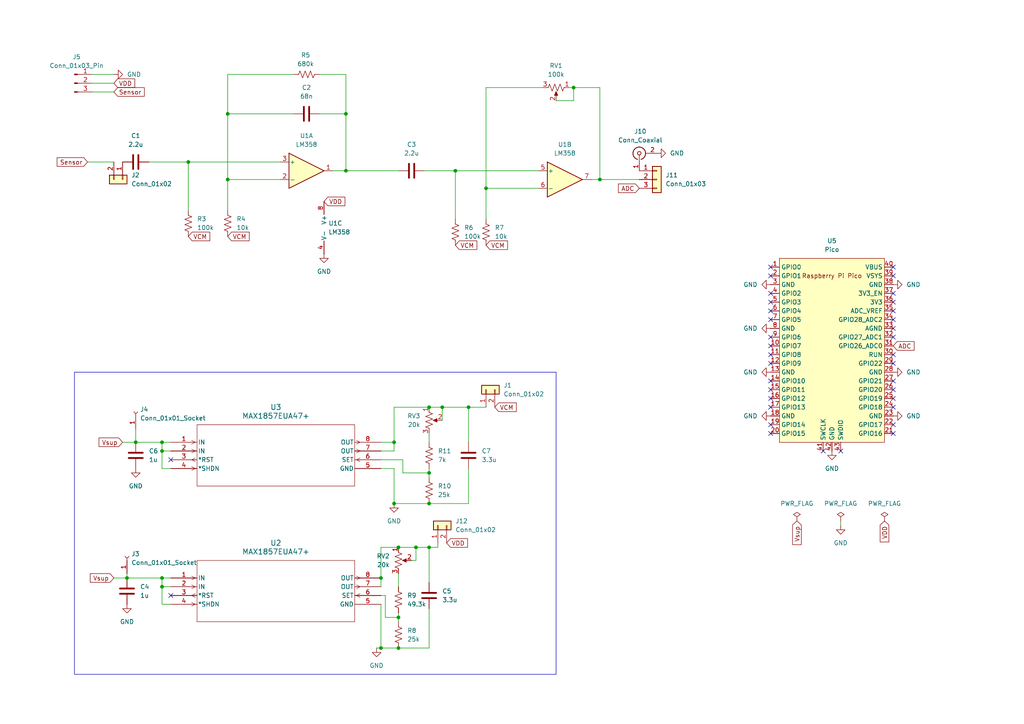
<source format=kicad_sch>
(kicad_sch (version 20231120) (generator "eeschema") (generator_version "8.0")
  (paper "A4")
  (lib_symbols
    (symbol "2024-03-18_08-55-27:MAX1857EUA47+" (pin_names (offset 0.254))
      (property "Reference" "U" (at 30.48 10.16 0))
      (property "Value" "MAX1857EUA47+" (at 30.48 7.62 0))
      (symbol "MAX1857EUA47+_0_1"
        (polyline (pts (xy 7.0993 -7.62) (xy 6.0579 -8.1407)) (stroke (width 0.127)))
        (polyline (pts (xy 7.0993 -7.62) (xy 6.0579 -7.0993)) (stroke (width 0.127)))
        (polyline (pts (xy 7.0993 -5.6007) (xy 6.0579 -5.08)) (stroke (width 0.127)))
        (polyline (pts (xy 7.0993 -4.5593) (xy 6.0579 -5.08)) (stroke (width 0.127)))
        (polyline (pts (xy 7.0993 -2.54) (xy 6.0579 -3.0607)) (stroke (width 0.127)))
        (polyline (pts (xy 7.0993 -2.54) (xy 6.0579 -2.0193)) (stroke (width 0.127)))
        (polyline (pts (xy 7.0993 0) (xy 6.0579 -0.5207)) (stroke (width 0.127)))
        (polyline (pts (xy 7.0993 0) (xy 6.0579 0.5207)) (stroke (width 0.127)))
        (polyline (pts (xy 7.62 -12.7) (xy 53.34 -12.7)) (stroke (width 0.127)))
        (polyline (pts (xy 7.62 5.08) (xy 7.62 -12.7)) (stroke (width 0.127)))
        (polyline (pts (xy 53.34 -12.7) (xy 53.34 5.08)) (stroke (width 0.127)))
        (polyline (pts (xy 53.34 5.08) (xy 7.62 5.08)) (stroke (width 0.127)))
        (polyline (pts (xy 53.8607 -5.08) (xy 54.9021 -5.6007)) (stroke (width 0.127)))
        (polyline (pts (xy 53.8607 -5.08) (xy 54.9021 -4.5593)) (stroke (width 0.127)))
        (polyline (pts (xy 53.8607 -3.0607) (xy 54.9021 -2.54)) (stroke (width 0.127)))
        (polyline (pts (xy 53.8607 -2.0193) (xy 54.9021 -2.54)) (stroke (width 0.127)))
        (polyline (pts (xy 53.8607 -0.5207) (xy 54.9021 0)) (stroke (width 0.127)))
        (polyline (pts (xy 53.8607 0.5207) (xy 54.9021 0)) (stroke (width 0.127)))
        (pin input line (at 0 0 0) (length 7.62) (name "IN") (number "1"))
        (pin input line (at 0 -2.54 0) (length 7.62) (name "IN") (number "2"))
        (pin output line (at 0 -5.08 0) (length 7.62) (name "*RST") (number "3"))
        (pin input line (at 0 -7.62 0) (length 7.62) (name "*SHDN") (number "4"))
        (pin power_in line (at 60.96 -7.62 180) (length 7.62) (name "GND") (number "5"))
        (pin input line (at 60.96 -5.08 180) (length 7.62) (name "SET") (number "6"))
        (pin output line (at 60.96 -2.54 180) (length 7.62) (name "OUT") (number "7"))
        (pin output line (at 60.96 0 180) (length 7.62) (name "OUT") (number "8"))
      )
    )
    (symbol "Amplifier_Operational:LM358" (pin_names (offset 0.127))
      (property "Reference" "U" (at 0 5.08 0))
      (property "Value" "LM358" (at 0 -5.08 0))
      (symbol "LM358_1_1"
        (polyline (pts (xy -5.08 5.08) (xy 5.08 0) (xy -5.08 -5.08) (xy -5.08 5.08)) (stroke (width 0.254)) (fill (type background)))
        (pin output line (at 7.62 0 180) (length 2.54) (name "~") (number "1"))
        (pin input line (at -7.62 -2.54 0) (length 2.54) (name "-") (number "2"))
        (pin input line (at -7.62 2.54 0) (length 2.54) (name "+") (number "3"))
      )
      (symbol "LM358_2_1"
        (polyline (pts (xy -5.08 5.08) (xy 5.08 0) (xy -5.08 -5.08) (xy -5.08 5.08)) (stroke (width 0.254)) (fill (type background)))
        (pin input line (at -7.62 2.54 0) (length 2.54) (name "+") (number "5"))
        (pin input line (at -7.62 -2.54 0) (length 2.54) (name "-") (number "6"))
        (pin output line (at 7.62 0 180) (length 2.54) (name "~") (number "7"))
      )
      (symbol "LM358_3_1"
        (pin power_in line (at -2.54 -7.62 90) (length 3.81) (name "V-") (number "4"))
        (pin power_in line (at -2.54 7.62 270) (length 3.81) (name "V+") (number "8"))
      )
    )
    (symbol "Connector:Conn_01x01_Socket" (pin_names (offset 1.016) hide)
      (property "Reference" "J" (at 0 2.54 0))
      (property "Value" "Conn_01x01_Socket" (at 0 -2.54 0))
      (symbol "Conn_01x01_Socket_1_1"
        (polyline (pts (xy -1.27 0) (xy -0.508 0)) (stroke (width 0.1524)))
        (arc (start 0 0.508) (mid -0.5058 0) (end 0 -0.508) (stroke (width 0.1524)))
        (pin passive line (at -5.08 0 0) (length 3.81) (name "Pin_1") (number "1"))
      )
    )
    (symbol "Connector:Conn_01x03_Pin" (pin_names (offset 1.016) hide)
      (property "Reference" "J" (at 0 5.08 0))
      (property "Value" "Conn_01x03_Pin" (at 0 -5.08 0))
      (symbol "Conn_01x03_Pin_1_1"
        (polyline (pts (xy 1.27 -2.54) (xy 0.8636 -2.54)) (stroke (width 0.1524)))
        (polyline (pts (xy 1.27 0) (xy 0.8636 0)) (stroke (width 0.1524)))
        (polyline (pts (xy 1.27 2.54) (xy 0.8636 2.54)) (stroke (width 0.1524)))
        (rectangle (start 0.8636 -2.413) (end 0 -2.667) (stroke (width 0.1524)) (fill (type outline)))
        (rectangle (start 0.8636 0.127) (end 0 -0.127) (stroke (width 0.1524)) (fill (type outline)))
        (rectangle (start 0.8636 2.667) (end 0 2.413) (stroke (width 0.1524)) (fill (type outline)))
        (pin passive line (at 5.08 2.54 180) (length 3.81) (name "Pin_1") (number "1"))
        (pin passive line (at 5.08 0 180) (length 3.81) (name "Pin_2") (number "2"))
        (pin passive line (at 5.08 -2.54 180) (length 3.81) (name "Pin_3") (number "3"))
      )
    )
    (symbol "Connector:Conn_Coaxial" (pin_names (offset 1.016) hide)
      (property "Reference" "J" (at 0.254 3.048 0))
      (property "Value" "Conn_Coaxial" (at 2.921 0 90))
      (symbol "Conn_Coaxial_0_1"
        (arc (start -1.778 -0.508) (mid 0.2311 -1.8066) (end 1.778 0) (stroke (width 0.254)))
        (polyline (pts (xy -2.54 0) (xy -0.508 0)))
        (polyline (pts (xy 0 -2.54) (xy 0 -1.778)))
        (circle (center 0 0) (radius 0.508) (stroke (width 0.2032)))
        (arc (start 1.778 0) (mid 0.2099 1.8101) (end -1.778 0.508) (stroke (width 0.254)))
      )
      (symbol "Conn_Coaxial_1_1"
        (pin passive line (at -5.08 0 0) (length 2.54) (name "In") (number "1"))
        (pin passive line (at 0 -5.08 90) (length 2.54) (name "Ext") (number "2"))
      )
    )
    (symbol "Connector_Generic:Conn_01x02" (pin_names (offset 1.016) hide)
      (property "Reference" "J" (at 0 2.54 0))
      (property "Value" "Conn_01x02" (at 0 -5.08 0))
      (symbol "Conn_01x02_1_1"
        (rectangle (start -1.27 -2.413) (end 0 -2.667) (stroke (width 0.1524)))
        (rectangle (start -1.27 0.127) (end 0 -0.127) (stroke (width 0.1524)))
        (rectangle (start -1.27 1.27) (end 1.27 -3.81) (stroke (width 0.254)) (fill (type background)))
        (pin passive line (at -5.08 0 0) (length 3.81) (name "Pin_1") (number "1"))
        (pin passive line (at -5.08 -2.54 0) (length 3.81) (name "Pin_2") (number "2"))
      )
    )
    (symbol "Connector_Generic:Conn_01x03" (pin_names (offset 1.016) hide)
      (property "Reference" "J" (at 0 5.08 0))
      (property "Value" "Conn_01x03" (at 0 -5.08 0))
      (symbol "Conn_01x03_1_1"
        (rectangle (start -1.27 -2.413) (end 0 -2.667) (stroke (width 0.1524)))
        (rectangle (start -1.27 0.127) (end 0 -0.127) (stroke (width 0.1524)))
        (rectangle (start -1.27 2.667) (end 0 2.413) (stroke (width 0.1524)))
        (rectangle (start -1.27 3.81) (end 1.27 -3.81) (stroke (width 0.254)) (fill (type background)))
        (pin passive line (at -5.08 2.54 0) (length 3.81) (name "Pin_1") (number "1"))
        (pin passive line (at -5.08 0 0) (length 3.81) (name "Pin_2") (number "2"))
        (pin passive line (at -5.08 -2.54 0) (length 3.81) (name "Pin_3") (number "3"))
      )
    )
    (symbol "Device:C" (pin_numbers hide) (pin_names (offset 0.254))
      (property "Reference" "C" (at 0.635 2.54 0))
      (property "Value" "C" (at 0.635 -2.54 0))
      (symbol "C_0_1"
        (polyline (pts (xy -2.032 -0.762) (xy 2.032 -0.762)) (stroke (width 0.508)))
        (polyline (pts (xy -2.032 0.762) (xy 2.032 0.762)) (stroke (width 0.508)))
      )
      (symbol "C_1_1"
        (pin passive line (at 0 3.81 270) (length 2.794) (name "~") (number "1"))
        (pin passive line (at 0 -3.81 90) (length 2.794) (name "~") (number "2"))
      )
    )
    (symbol "Device:R_Potentiometer_US" (pin_names (offset 1.016) hide)
      (property "Reference" "RV" (at -4.445 0 90))
      (property "Value" "R_Potentiometer_US" (at -2.54 0 90))
      (symbol "R_Potentiometer_US_0_1"
        (polyline (pts (xy 0 -2.286) (xy 0 -2.54)))
        (polyline (pts (xy 0 2.54) (xy 0 2.286)))
        (polyline (pts (xy 2.54 0) (xy 1.524 0)))
        (polyline (pts (xy 1.143 0) (xy 2.286 0.508) (xy 2.286 -0.508) (xy 1.143 0)) (fill (type outline)))
        (polyline (pts (xy 0 -0.762) (xy 1.016 -1.143) (xy 0 -1.524) (xy -1.016 -1.905) (xy 0 -2.286)))
        (polyline (pts (xy 0 0.762) (xy 1.016 0.381) (xy 0 0) (xy -1.016 -0.381) (xy 0 -0.762)))
        (polyline (pts (xy 0 2.286) (xy 1.016 1.905) (xy 0 1.524) (xy -1.016 1.143) (xy 0 0.762)))
      )
      (symbol "R_Potentiometer_US_1_1"
        (pin passive line (at 0 3.81 270) (length 1.27) (name "1") (number "1"))
        (pin passive line (at 3.81 0 180) (length 1.27) (name "2") (number "2"))
        (pin passive line (at 0 -3.81 90) (length 1.27) (name "3") (number "3"))
      )
    )
    (symbol "Device:R_US" (pin_numbers hide) (pin_names (offset 0))
      (property "Reference" "R" (at 2.54 0 90))
      (property "Value" "R_US" (at -2.54 0 90))
      (symbol "R_US_0_1"
        (polyline (pts (xy 0 -2.286) (xy 0 -2.54)))
        (polyline (pts (xy 0 2.286) (xy 0 2.54)))
        (polyline (pts (xy 0 -0.762) (xy 1.016 -1.143) (xy 0 -1.524) (xy -1.016 -1.905) (xy 0 -2.286)))
        (polyline (pts (xy 0 0.762) (xy 1.016 0.381) (xy 0 0) (xy -1.016 -0.381) (xy 0 -0.762)))
        (polyline (pts (xy 0 2.286) (xy 1.016 1.905) (xy 0 1.524) (xy -1.016 1.143) (xy 0 0.762)))
      )
      (symbol "R_US_1_1"
        (pin passive line (at 0 3.81 270) (length 1.27) (name "~") (number "1"))
        (pin passive line (at 0 -3.81 90) (length 1.27) (name "~") (number "2"))
      )
    )
    (symbol "MCU_RaspberryPi_and_Boards:Pico"
      (property "Reference" "U" (at -13.97 27.94 0))
      (property "Value" "Pico" (at 0 19.05 0))
      (symbol "Pico_0_0"
        (text "Raspberry Pi Pico" (at 0 21.59 0) (effects (font (size 1.27 1.27))))
      )
      (symbol "Pico_0_1"
        (rectangle (start -15.24 26.67) (end 15.24 -26.67) (fill (type background)))
      )
      (symbol "Pico_1_1"
        (pin bidirectional line (at -17.78 24.13 0) (length 2.54) (name "GPIO0") (number "1"))
        (pin bidirectional line (at -17.78 1.27 0) (length 2.54) (name "GPIO7") (number "10"))
        (pin bidirectional line (at -17.78 -1.27 0) (length 2.54) (name "GPIO8") (number "11"))
        (pin bidirectional line (at -17.78 -3.81 0) (length 2.54) (name "GPIO9") (number "12"))
        (pin power_in line (at -17.78 -6.35 0) (length 2.54) (name "GND") (number "13"))
        (pin bidirectional line (at -17.78 -8.89 0) (length 2.54) (name "GPIO10") (number "14"))
        (pin bidirectional line (at -17.78 -11.43 0) (length 2.54) (name "GPIO11") (number "15"))
        (pin bidirectional line (at -17.78 -13.97 0) (length 2.54) (name "GPIO12") (number "16"))
        (pin bidirectional line (at -17.78 -16.51 0) (length 2.54) (name "GPIO13") (number "17"))
        (pin power_in line (at -17.78 -19.05 0) (length 2.54) (name "GND") (number "18"))
        (pin bidirectional line (at -17.78 -21.59 0) (length 2.54) (name "GPIO14") (number "19"))
        (pin bidirectional line (at -17.78 21.59 0) (length 2.54) (name "GPIO1") (number "2"))
        (pin bidirectional line (at -17.78 -24.13 0) (length 2.54) (name "GPIO15") (number "20"))
        (pin bidirectional line (at 17.78 -24.13 180) (length 2.54) (name "GPIO16") (number "21"))
        (pin bidirectional line (at 17.78 -21.59 180) (length 2.54) (name "GPIO17") (number "22"))
        (pin power_in line (at 17.78 -19.05 180) (length 2.54) (name "GND") (number "23"))
        (pin bidirectional line (at 17.78 -16.51 180) (length 2.54) (name "GPIO18") (number "24"))
        (pin bidirectional line (at 17.78 -13.97 180) (length 2.54) (name "GPIO19") (number "25"))
        (pin bidirectional line (at 17.78 -11.43 180) (length 2.54) (name "GPIO20") (number "26"))
        (pin bidirectional line (at 17.78 -8.89 180) (length 2.54) (name "GPIO21") (number "27"))
        (pin power_in line (at 17.78 -6.35 180) (length 2.54) (name "GND") (number "28"))
        (pin bidirectional line (at 17.78 -3.81 180) (length 2.54) (name "GPIO22") (number "29"))
        (pin power_in line (at -17.78 19.05 0) (length 2.54) (name "GND") (number "3"))
        (pin input line (at 17.78 -1.27 180) (length 2.54) (name "RUN") (number "30"))
        (pin bidirectional line (at 17.78 1.27 180) (length 2.54) (name "GPIO26_ADC0") (number "31"))
        (pin bidirectional line (at 17.78 3.81 180) (length 2.54) (name "GPIO27_ADC1") (number "32"))
        (pin power_in line (at 17.78 6.35 180) (length 2.54) (name "AGND") (number "33"))
        (pin bidirectional line (at 17.78 8.89 180) (length 2.54) (name "GPIO28_ADC2") (number "34"))
        (pin power_in line (at 17.78 11.43 180) (length 2.54) (name "ADC_VREF") (number "35"))
        (pin power_in line (at 17.78 13.97 180) (length 2.54) (name "3V3") (number "36"))
        (pin input line (at 17.78 16.51 180) (length 2.54) (name "3V3_EN") (number "37"))
        (pin bidirectional line (at 17.78 19.05 180) (length 2.54) (name "GND") (number "38"))
        (pin power_in line (at 17.78 21.59 180) (length 2.54) (name "VSYS") (number "39"))
        (pin bidirectional line (at -17.78 16.51 0) (length 2.54) (name "GPIO2") (number "4"))
        (pin power_in line (at 17.78 24.13 180) (length 2.54) (name "VBUS") (number "40"))
        (pin input line (at -2.54 -29.21 90) (length 2.54) (name "SWCLK") (number "41"))
        (pin power_in line (at 0 -29.21 90) (length 2.54) (name "GND") (number "42"))
        (pin bidirectional line (at 2.54 -29.21 90) (length 2.54) (name "SWDIO") (number "43"))
        (pin bidirectional line (at -17.78 13.97 0) (length 2.54) (name "GPIO3") (number "5"))
        (pin bidirectional line (at -17.78 11.43 0) (length 2.54) (name "GPIO4") (number "6"))
        (pin bidirectional line (at -17.78 8.89 0) (length 2.54) (name "GPIO5") (number "7"))
        (pin power_in line (at -17.78 6.35 0) (length 2.54) (name "GND") (number "8"))
        (pin bidirectional line (at -17.78 3.81 0) (length 2.54) (name "GPIO6") (number "9"))
      )
    )
    (symbol "power:GND" (power) (pin_numbers hide) (pin_names (offset 0) hide)
      (property "Value" "GND" (at 0 -3.81 0))
      (symbol "GND_0_1"
        (polyline (pts (xy 0 0) (xy 0 -1.27) (xy 1.27 -1.27) (xy 0 -2.54) (xy -1.27 -1.27) (xy 0 -1.27)))
      )
      (symbol "GND_1_1"
        (pin power_in line (at 0 0 270) (length 0) (name "~") (number "1"))
      )
    )
    (symbol "power:PWR_FLAG" (power) (pin_numbers hide) (pin_names (offset 0) hide)
      (property "Value" "PWR_FLAG" (at 0 3.81 0))
      (symbol "PWR_FLAG_0_0"
        (pin power_out line (at 0 0 90) (length 0) (name "~") (number "1"))
      )
      (symbol "PWR_FLAG_0_1"
        (polyline (pts (xy 0 0) (xy 0 1.27) (xy -1.016 1.905) (xy 0 2.54) (xy 1.016 1.905) (xy 0 1.27)))
      )
    )
  )
  (junction (at 46.99 128.27))
  (junction (at 166.37 25.4))
  (junction (at 46.99 170.18))
  (junction (at 66.04 52.07))
  (junction (at 124.46 158.75))
  (junction (at 124.46 146.05))
  (junction (at 140.97 54.61))
  (junction (at 135.89 118.11))
  (junction (at 66.04 33.02))
  (junction (at 120.65 158.75))
  (junction (at 100.33 49.53))
  (junction (at 115.57 158.75))
  (junction (at 110.49 167.64))
  (junction (at 114.3 146.05))
  (junction (at 46.99 167.64))
  (junction (at 124.46 118.11))
  (junction (at 115.57 179.07))
  (junction (at 39.37 128.27))
  (junction (at 114.3 128.27))
  (junction (at 100.33 33.02))
  (junction (at 173.99 52.07))
  (junction (at 115.57 187.96))
  (junction (at 132.08 49.53))
  (junction (at 36.83 167.64))
  (junction (at 124.46 137.16))
  (junction (at 110.49 187.96))
  (junction (at 46.99 130.81))
  (junction (at 128.27 118.11))
  (junction (at 54.61 46.99))
  (no_connect (at 223.52 115.57))
  (no_connect (at 223.52 110.49))
  (no_connect (at 259.08 115.57))
  (no_connect (at 223.52 77.47))
  (no_connect (at 259.08 95.25))
  (no_connect (at 223.52 87.63))
  (no_connect (at 259.08 123.19))
  (no_connect (at 223.52 105.41))
  (no_connect (at 259.08 77.47))
  (no_connect (at 259.08 105.41))
  (no_connect (at 259.08 110.49))
  (no_connect (at 259.08 97.79))
  (no_connect (at 223.52 123.19))
  (no_connect (at 223.52 97.79))
  (no_connect (at 259.08 80.01))
  (no_connect (at 223.52 90.17))
  (no_connect (at 259.08 85.09))
  (no_connect (at 49.53 133.35))
  (no_connect (at 223.52 125.73))
  (no_connect (at 259.08 125.73))
  (no_connect (at 223.52 85.09))
  (no_connect (at 259.08 118.11))
  (no_connect (at 259.08 87.63))
  (no_connect (at 238.76 130.81))
  (no_connect (at 223.52 118.11))
  (no_connect (at 259.08 113.03))
  (no_connect (at 259.08 90.17))
  (no_connect (at 223.52 100.33))
  (no_connect (at 223.52 80.01))
  (no_connect (at 49.53 172.72))
  (no_connect (at 259.08 102.87))
  (no_connect (at 243.84 130.81))
  (no_connect (at 223.52 113.03))
  (no_connect (at 223.52 102.87))
  (no_connect (at 259.08 92.71))
  (no_connect (at 223.52 92.71))
  (wire (pts (xy 132.08 49.53) (xy 123.19 49.53)))
  (wire (pts (xy 173.99 25.4) (xy 173.99 52.07)))
  (wire (pts (xy 171.45 52.07) (xy 173.99 52.07)))
  (wire (pts (xy 116.84 137.16) (xy 124.46 137.16)))
  (wire (pts (xy 110.49 128.27) (xy 114.3 128.27)))
  (wire (pts (xy 127 157.48) (xy 127 158.75)))
  (wire (pts (xy 46.99 167.64) (xy 46.99 170.18)))
  (wire (pts (xy 109.22 187.96) (xy 110.49 187.96)))
  (wire (pts (xy 114.3 146.05) (xy 124.46 146.05)))
  (wire (pts (xy 25.4 46.99) (xy 33.02 46.99)))
  (wire (pts (xy 161.29 29.21) (xy 166.37 29.21)))
  (wire (pts (xy 114.3 128.27) (xy 114.3 130.81)))
  (wire (pts (xy 33.02 167.64) (xy 36.83 167.64)))
  (wire (pts (xy 36.83 167.64) (xy 46.99 167.64)))
  (wire (pts (xy 165.1 25.4) (xy 166.37 25.4)))
  (wire (pts (xy 157.48 25.4) (xy 140.97 25.4)))
  (wire (pts (xy 124.46 168.91) (xy 124.46 158.75)))
  (wire (pts (xy 96.52 49.53) (xy 100.33 49.53)))
  (wire (pts (xy 119.38 162.56) (xy 120.65 162.56)))
  (wire (pts (xy 110.49 133.35) (xy 116.84 133.35)))
  (wire (pts (xy 33.02 26.67) (xy 26.67 26.67)))
  (wire (pts (xy 100.33 21.59) (xy 100.33 33.02)))
  (wire (pts (xy 110.49 130.81) (xy 114.3 130.81)))
  (wire (pts (xy 166.37 25.4) (xy 173.99 25.4)))
  (wire (pts (xy 85.09 33.02) (xy 66.04 33.02)))
  (wire (pts (xy 116.84 133.35) (xy 116.84 137.16)))
  (wire (pts (xy 166.37 25.4) (xy 166.37 29.21)))
  (wire (pts (xy 115.57 166.37) (xy 115.57 170.18)))
  (wire (pts (xy 110.49 167.64) (xy 110.49 170.18)))
  (wire (pts (xy 110.49 158.75) (xy 115.57 158.75)))
  (wire (pts (xy 124.46 118.11) (xy 128.27 118.11)))
  (wire (pts (xy 92.71 33.02) (xy 100.33 33.02)))
  (wire (pts (xy 110.49 175.26) (xy 110.49 187.96)))
  (wire (pts (xy 124.46 176.53) (xy 124.46 187.96)))
  (wire (pts (xy 114.3 135.89) (xy 114.3 146.05)))
  (wire (pts (xy 124.46 135.89) (xy 124.46 137.16)))
  (wire (pts (xy 140.97 25.4) (xy 140.97 54.61)))
  (wire (pts (xy 92.71 21.59) (xy 100.33 21.59)))
  (wire (pts (xy 66.04 33.02) (xy 66.04 52.07)))
  (wire (pts (xy 46.99 170.18) (xy 46.99 175.26)))
  (wire (pts (xy 111.76 179.07) (xy 115.57 179.07)))
  (wire (pts (xy 33.02 21.59) (xy 26.67 21.59)))
  (wire (pts (xy 110.49 187.96) (xy 115.57 187.96)))
  (wire (pts (xy 243.84 152.4) (xy 243.84 151.13)))
  (wire (pts (xy 120.65 162.56) (xy 120.65 158.75)))
  (wire (pts (xy 135.89 118.11) (xy 140.97 118.11)))
  (wire (pts (xy 66.04 21.59) (xy 66.04 33.02)))
  (wire (pts (xy 39.37 128.27) (xy 46.99 128.27)))
  (wire (pts (xy 54.61 46.99) (xy 54.61 60.96)))
  (wire (pts (xy 36.83 166.37) (xy 36.83 167.64)))
  (wire (pts (xy 114.3 128.27) (xy 114.3 118.11)))
  (wire (pts (xy 128.27 118.11) (xy 135.89 118.11)))
  (wire (pts (xy 46.99 170.18) (xy 49.53 170.18)))
  (wire (pts (xy 54.61 46.99) (xy 81.28 46.99)))
  (wire (pts (xy 46.99 130.81) (xy 46.99 135.89)))
  (wire (pts (xy 39.37 124.46) (xy 39.37 128.27)))
  (wire (pts (xy 43.18 46.99) (xy 54.61 46.99)))
  (wire (pts (xy 140.97 54.61) (xy 156.21 54.61)))
  (wire (pts (xy 124.46 158.75) (xy 127 158.75)))
  (wire (pts (xy 46.99 128.27) (xy 49.53 128.27)))
  (wire (pts (xy 140.97 63.5) (xy 140.97 54.61)))
  (wire (pts (xy 115.57 158.75) (xy 120.65 158.75)))
  (wire (pts (xy 124.46 125.73) (xy 124.46 128.27)))
  (wire (pts (xy 115.57 179.07) (xy 115.57 180.34)))
  (wire (pts (xy 46.99 130.81) (xy 49.53 130.81)))
  (wire (pts (xy 110.49 172.72) (xy 111.76 172.72)))
  (wire (pts (xy 110.49 158.75) (xy 110.49 167.64)))
  (wire (pts (xy 115.57 187.96) (xy 124.46 187.96)))
  (wire (pts (xy 115.57 49.53) (xy 100.33 49.53)))
  (wire (pts (xy 46.99 167.64) (xy 49.53 167.64)))
  (wire (pts (xy 114.3 118.11) (xy 124.46 118.11)))
  (wire (pts (xy 120.65 158.75) (xy 124.46 158.75)))
  (wire (pts (xy 46.99 128.27) (xy 46.99 130.81)))
  (wire (pts (xy 156.21 49.53) (xy 132.08 49.53)))
  (wire (pts (xy 66.04 52.07) (xy 66.04 60.96)))
  (wire (pts (xy 66.04 52.07) (xy 81.28 52.07)))
  (wire (pts (xy 135.89 118.11) (xy 135.89 128.27)))
  (wire (pts (xy 173.99 52.07) (xy 185.42 52.07)))
  (wire (pts (xy 33.02 24.13) (xy 26.67 24.13)))
  (wire (pts (xy 132.08 49.53) (xy 132.08 63.5)))
  (wire (pts (xy 124.46 146.05) (xy 135.89 146.05)))
  (wire (pts (xy 115.57 177.8) (xy 115.57 179.07)))
  (wire (pts (xy 85.09 21.59) (xy 66.04 21.59)))
  (wire (pts (xy 49.53 175.26) (xy 46.99 175.26)))
  (wire (pts (xy 128.27 121.92) (xy 128.27 118.11)))
  (wire (pts (xy 111.76 172.72) (xy 111.76 179.07)))
  (wire (pts (xy 124.46 137.16) (xy 124.46 138.43)))
  (wire (pts (xy 110.49 135.89) (xy 114.3 135.89)))
  (wire (pts (xy 35.56 128.27) (xy 39.37 128.27)))
  (wire (pts (xy 135.89 135.89) (xy 135.89 146.05)))
  (wire (pts (xy 100.33 33.02) (xy 100.33 49.53)))
  (wire (pts (xy 46.99 135.89) (xy 49.53 135.89)))
  (rectangle (start 21.59 107.95) (end 161.29 195.58))
  (global_label "VDD" (shape input) (at 129.54 157.48 0) (property "Intersheetrefs" "${INTERSHEET_REFS}" (effects (hide yes))))
  (global_label "ADC" (shape input) (at 259.08 100.33 0) (property "Intersheetrefs" "${INTERSHEET_REFS}" (effects (hide yes))))
  (global_label "Vsup" (shape input) (at 35.56 128.27 180) (property "Intersheetrefs" "${INTERSHEET_REFS}" (effects (hide yes))))
  (global_label "VCM" (shape input) (at 54.61 68.58 0) (property "Intersheetrefs" "${INTERSHEET_REFS}" (effects (hide yes))))
  (global_label "Sensor" (shape input) (at 33.02 26.67 0) (property "Intersheetrefs" "${INTERSHEET_REFS}" (effects (hide yes))))
  (global_label "VCM" (shape input) (at 132.08 71.12 0) (property "Intersheetrefs" "${INTERSHEET_REFS}" (effects (hide yes))))
  (global_label "VCM" (shape input) (at 66.04 68.58 0) (property "Intersheetrefs" "${INTERSHEET_REFS}" (effects (hide yes))))
  (global_label "Sensor" (shape input) (at 25.4 46.99 180) (property "Intersheetrefs" "${INTERSHEET_REFS}" (effects (hide yes))))
  (global_label "VDD" (shape input) (at 256.54 151.13 270) (property "Intersheetrefs" "${INTERSHEET_REFS}" (effects (hide yes))))
  (global_label "VCM" (shape input) (at 140.97 71.12 0) (property "Intersheetrefs" "${INTERSHEET_REFS}" (effects (hide yes))))
  (global_label "Vsup" (shape input) (at 231.14 151.13 270) (property "Intersheetrefs" "${INTERSHEET_REFS}" (effects (hide yes))))
  (global_label "ADC" (shape input) (at 185.42 54.61 180) (property "Intersheetrefs" "${INTERSHEET_REFS}" (effects (hide yes))))
  (global_label "VDD" (shape input) (at 33.02 24.13 0) (property "Intersheetrefs" "${INTERSHEET_REFS}" (effects (hide yes))))
  (global_label "VDD" (shape input) (at 93.98 58.42 0) (property "Intersheetrefs" "${INTERSHEET_REFS}" (effects (hide yes))))
  (global_label "Vsup" (shape input) (at 33.02 167.64 180) (property "Intersheetrefs" "${INTERSHEET_REFS}" (effects (hide yes))))
  (global_label "VCM" (shape input) (at 143.51 118.11 0) (property "Intersheetrefs" "${INTERSHEET_REFS}" (effects (hide yes))))
  (symbol (lib_id "Connector:Conn_Coaxial") (at 185.42 44.45 90) (unit 1)
    (property "Reference" "J10" (at 185.7132 38.1 90))
    (property "Value" "Conn_Coaxial" (at 185.7132 40.64 90))
    (property "Footprint" "Connector_Coaxial:BNC_PanelMountable_Vertical" (effects (hide yes)))
    (property "Datasheet" " ~" (effects (hide yes)))
    (property "Description" "coaxial connector (BNC, SMA, SMB, SMC, Cinch/RCA, LEMO, ...)" (effects (hide yes)))
  )
  (symbol (lib_id "Device:R_US") (at 66.04 64.77 0) (unit 1)
    (property "Reference" "R4" (at 68.58 63.4999 0) (effects (justify left)))
    (property "Value" "10k" (at 68.58 66.0399 0) (effects (justify left)))
    (property "Footprint" "Resistor_SMD:R_1206_3216Metric" (effects (hide yes)))
    (property "Description" "Resistor, US symbol" (effects (hide yes)))
  )
  (symbol (lib_id "Amplifier_Operational:LM358") (at 88.9 49.53 0) (unit 1)
    (property "Reference" "U1" (at 88.9 39.37 0))
    (property "Value" "LM358" (at 88.9 41.91 0))
    (property "Footprint" "Package_DIP:DIP-8_W7.62mm_Socket" (effects (hide yes)))
    (property "Datasheet" "http://www.ti.com/lit/ds/symlink/lm2904-n.pdf" (effects (hide yes)))
    (property "Description" "Low-Power, Dual Operational Amplifiers, DIP-8/SOIC-8/TO-99-8" (effects (hide yes)))
  )
  (symbol (lib_id "power:PWR_FLAG") (at 231.14 151.13 0) (unit 1)
    (property "Reference" "#FLG01" (effects (hide yes)))
    (property "Value" "PWR_FLAG" (at 231.14 146.05 0))
    (property "Description" "Special symbol for telling ERC where power comes from" (effects (hide yes)))
  )
  (symbol (lib_id "power:GND") (at 259.08 120.65 90) (unit 1)
    (property "Reference" "#PWR01" (effects (hide yes)))
    (property "Value" "GND" (at 262.89 120.6499 90) (effects (justify right)))
    (property "Description" "Power symbol creates a global label with name \"GND\" , ground" (effects (hide yes)))
  )
  (symbol (lib_id "Device:C") (at 39.37 46.99 270) (unit 1)
    (property "Reference" "C1" (at 39.37 39.37 90))
    (property "Value" "2.2u" (at 39.37 41.91 90))
    (property "Footprint" "Capacitor_SMD:C_1206_3216Metric" (effects (hide yes)))
    (property "Description" "Unpolarized capacitor" (effects (hide yes)))
  )
  (symbol (lib_id "Device:C") (at 36.83 171.45 0) (unit 1)
    (property "Reference" "C4" (at 40.64 170.1799 0) (effects (justify left)))
    (property "Value" "1u" (at 40.64 172.7199 0) (effects (justify left)))
    (property "Footprint" "Capacitor_SMD:C_1206_3216Metric" (effects (hide yes)))
    (property "Description" "Unpolarized capacitor" (effects (hide yes)))
  )
  (symbol (lib_id "Amplifier_Operational:LM358") (at 96.52 66.04 0) (unit 3)
    (property "Reference" "U1" (at 95.25 64.7699 0) (effects (justify left)))
    (property "Value" "LM358" (at 95.25 67.3099 0) (effects (justify left)))
    (property "Footprint" "Package_DIP:DIP-8_W7.62mm_Socket" (effects (hide yes)))
    (property "Datasheet" "http://www.ti.com/lit/ds/symlink/lm2904-n.pdf" (effects (hide yes)))
    (property "Description" "Low-Power, Dual Operational Amplifiers, DIP-8/SOIC-8/TO-99-8" (effects (hide yes)))
  )
  (symbol (lib_id "power:GND") (at 39.37 135.89 0) (unit 1)
    (property "Reference" "#PWR08" (effects (hide yes)))
    (property "Value" "GND" (at 39.37 140.97 0))
    (property "Description" "Power symbol creates a global label with name \"GND\" , ground" (effects (hide yes)))
  )
  (symbol (lib_id "power:GND") (at 259.08 107.95 90) (unit 1)
    (property "Reference" "#PWR05" (effects (hide yes)))
    (property "Value" "GND" (at 262.89 107.9499 90) (effects (justify right)))
    (property "Description" "Power symbol creates a global label with name \"GND\" , ground" (effects (hide yes)))
  )
  (symbol (lib_id "Device:R_US") (at 88.9 21.59 270) (unit 1)
    (property "Reference" "R5" (at 88.646 16.002 90))
    (property "Value" "680k" (at 88.646 18.542 90))
    (property "Footprint" "Resistor_SMD:R_1206_3216Metric" (effects (hide yes)))
    (property "Description" "Resistor, US symbol" (effects (hide yes)))
  )
  (symbol (lib_id "power:GND") (at 223.52 107.95 270) (unit 1)
    (property "Reference" "#PWR011" (effects (hide yes)))
    (property "Value" "GND" (at 219.71 107.9499 90) (effects (justify right)))
    (property "Description" "Power symbol creates a global label with name \"GND\" , ground" (effects (hide yes)))
  )
  (symbol (lib_id "power:PWR_FLAG") (at 256.54 151.13 0) (unit 1)
    (property "Reference" "#FLG05" (effects (hide yes)))
    (property "Value" "PWR_FLAG" (at 256.54 146.05 0))
    (property "Description" "Special symbol for telling ERC where power comes from" (effects (hide yes)))
  )
  (symbol (lib_id "Device:C") (at 39.37 132.08 0) (unit 1)
    (property "Reference" "C6" (at 43.18 130.8099 0) (effects (justify left)))
    (property "Value" "1u" (at 43.18 133.3499 0) (effects (justify left)))
    (property "Footprint" "Capacitor_SMD:C_1206_3216Metric" (effects (hide yes)))
    (property "Description" "Unpolarized capacitor" (effects (hide yes)))
  )
  (symbol (lib_id "power:GND") (at 36.83 175.26 0) (unit 1)
    (property "Reference" "#PWR07" (effects (hide yes)))
    (property "Value" "GND" (at 36.83 180.34 0))
    (property "Description" "Power symbol creates a global label with name \"GND\" , ground" (effects (hide yes)))
  )
  (symbol (lib_id "power:GND") (at 223.52 120.65 270) (unit 1)
    (property "Reference" "#PWR014" (effects (hide yes)))
    (property "Value" "GND" (at 219.71 120.6499 90) (effects (justify right)))
    (property "Description" "Power symbol creates a global label with name \"GND\" , ground" (effects (hide yes)))
  )
  (symbol (lib_id "power:GND") (at 109.22 187.96 0) (unit 1)
    (property "Reference" "#PWR06" (effects (hide yes)))
    (property "Value" "GND" (at 109.22 193.04 0))
    (property "Description" "Power symbol creates a global label with name \"GND\" , ground" (effects (hide yes)))
  )
  (symbol (lib_id "Device:R_Potentiometer_US") (at 161.29 25.4 270) (unit 1)
    (property "Reference" "RV1" (at 161.29 19.05 90))
    (property "Value" "100k" (at 161.29 21.59 90))
    (property "Footprint" "Potentiometer_THT:Potentiometer_Bourns_3266Y_Vertical" (effects (hide yes)))
    (property "Description" "Potentiometer, US symbol" (effects (hide yes)))
  )
  (symbol (lib_id "Connector:Conn_01x01_Socket") (at 39.37 119.38 90) (unit 1)
    (property "Reference" "J4" (at 40.64 118.7449 90) (effects (justify right)))
    (property "Value" "Conn_01x01_Socket" (at 40.64 121.2849 90) (effects (justify right)))
    (property "Footprint" "MountingHole:MountingHole_3.5mm_Pad_TopBottom" (effects (hide yes)))
    (property "Description" "Generic connector, single row, 01x01, script generated" (effects (hide yes)))
  )
  (symbol (lib_id "Connector:Conn_01x03_Pin") (at 21.59 24.13 0) (unit 1)
    (property "Reference" "J5" (at 22.225 16.51 0))
    (property "Value" "Conn_01x03_Pin" (at 22.225 19.05 0))
    (property "Footprint" "Connector_PinHeader_2.54mm:PinHeader_1x03_P2.54mm_Vertical" (effects (hide yes)))
    (property "Description" "Generic connector, single row, 01x03, script generated" (effects (hide yes)))
  )
  (symbol (lib_id "Device:R_US") (at 124.46 142.24 0) (unit 1)
    (property "Reference" "R10" (at 127 140.9699 0) (effects (justify left)))
    (property "Value" "25k" (at 127 143.5099 0) (effects (justify left)))
    (property "Footprint" "Resistor_SMD:R_1206_3216Metric" (effects (hide yes)))
    (property "Description" "Resistor, US symbol" (effects (hide yes)))
  )
  (symbol (lib_id "power:GND") (at 243.84 152.4 0) (unit 1)
    (property "Reference" "#PWR013" (effects (hide yes)))
    (property "Value" "GND" (at 243.84 157.48 0))
    (property "Description" "Power symbol creates a global label with name \"GND\" , ground" (effects (hide yes)))
  )
  (symbol (lib_id "2024-03-18_08-55-27:MAX1857EUA47+") (at 49.53 128.27 0) (unit 1)
    (property "Reference" "U3" (at 80.01 118.11 0) (effects (font (size 1.524 1.524))))
    (property "Value" "MAX1857EUA47+" (at 80.01 120.65 0) (effects (font (size 1.524 1.524))))
    (property "Footprint" "footprints:21-0036K" (effects (hide yes)))
    (property "Datasheet" "MAX1857EUA47+" (effects (hide yes)))
  )
  (symbol (lib_id "power:GND") (at 223.52 82.55 270) (unit 1)
    (property "Reference" "#PWR03" (effects (hide yes)))
    (property "Value" "GND" (at 219.71 82.5499 90) (effects (justify right)))
    (property "Description" "Power symbol creates a global label with name \"GND\" , ground" (effects (hide yes)))
  )
  (symbol (lib_id "Connector_Generic:Conn_01x02") (at 140.97 113.03 90) (unit 1)
    (property "Reference" "J1" (at 146.05 111.7599 90) (effects (justify right)))
    (property "Value" "Conn_01x02" (at 146.05 114.2999 90) (effects (justify right)))
    (property "Footprint" "Connector_PinHeader_2.54mm:PinHeader_1x02_P2.54mm_Vertical" (effects (hide yes)))
    (property "Description" "Generic connector, single row, 01x02, script generated (kicad-library-utils/schlib/autogen/connector/)" (effects (hide yes)))
  )
  (symbol (lib_id "Device:R_US") (at 132.08 67.31 0) (unit 1)
    (property "Reference" "R6" (at 134.62 66.0399 0) (effects (justify left)))
    (property "Value" "100k" (at 134.62 68.5799 0) (effects (justify left)))
    (property "Footprint" "Resistor_SMD:R_1206_3216Metric" (effects (hide yes)))
    (property "Description" "Resistor, US symbol" (effects (hide yes)))
  )
  (symbol (lib_id "power:GND") (at 223.52 95.25 270) (unit 1)
    (property "Reference" "#PWR04" (effects (hide yes)))
    (property "Value" "GND" (at 219.71 95.2499 90) (effects (justify right)))
    (property "Description" "Power symbol creates a global label with name \"GND\" , ground" (effects (hide yes)))
  )
  (symbol (lib_id "Device:C") (at 119.38 49.53 270) (unit 1)
    (property "Reference" "C3" (at 119.38 41.91 90))
    (property "Value" "2.2u" (at 119.38 44.45 90))
    (property "Footprint" "Capacitor_SMD:C_1206_3216Metric" (effects (hide yes)))
    (property "Description" "Unpolarized capacitor" (effects (hide yes)))
  )
  (symbol (lib_id "MCU_RaspberryPi_and_Boards:Pico") (at 241.3 101.6 0) (unit 1)
    (property "Reference" "U5" (at 241.3 69.85 0))
    (property "Value" "Pico" (at 241.3 72.39 0))
    (property "Footprint" "MCU_RaspberryPi_and_Boards:RPi_Pico_SMD_TH" (effects (hide yes)))
  )
  (symbol (lib_id "Connector_Generic:Conn_01x03") (at 190.5 52.07 0) (unit 1)
    (property "Reference" "J11" (at 193.04 50.7999 0) (effects (justify left)))
    (property "Value" "Conn_01x03" (at 193.04 53.3399 0) (effects (justify left)))
    (property "Footprint" "Connector_PinHeader_2.54mm:PinHeader_1x03_P2.54mm_Vertical" (effects (hide yes)))
    (property "Description" "Generic connector, single row, 01x03, script generated (kicad-library-utils/schlib/autogen/connector/)" (effects (hide yes)))
  )
  (symbol (lib_id "power:GND") (at 93.98 73.66 0) (unit 1)
    (property "Reference" "#PWR010" (effects (hide yes)))
    (property "Value" "GND" (at 93.98 78.74 0))
    (property "Description" "Power symbol creates a global label with name \"GND\" , ground" (effects (hide yes)))
  )
  (symbol (lib_id "Device:C") (at 88.9 33.02 270) (unit 1)
    (property "Reference" "C2" (at 88.9 25.4 90))
    (property "Value" "68n" (at 88.9 27.94 90))
    (property "Footprint" "Capacitor_SMD:C_1206_3216Metric" (effects (hide yes)))
    (property "Description" "Unpolarized capacitor" (effects (hide yes)))
  )
  (symbol (lib_id "power:GND") (at 33.02 21.59 90) (unit 1)
    (property "Reference" "#PWR016" (effects (hide yes)))
    (property "Value" "GND" (at 36.83 21.5899 90) (effects (justify right)))
    (property "Description" "Power symbol creates a global label with name \"GND\" , ground" (effects (hide yes)))
  )
  (symbol (lib_id "power:GND") (at 190.5 44.45 90) (unit 1)
    (property "Reference" "#PWR012" (effects (hide yes)))
    (property "Value" "GND" (at 194.31 44.4499 90) (effects (justify right)))
    (property "Description" "Power symbol creates a global label with name \"GND\" , ground" (effects (hide yes)))
  )
  (symbol (lib_id "power:GND") (at 259.08 82.55 90) (unit 1)
    (property "Reference" "#PWR02" (effects (hide yes)))
    (property "Value" "GND" (at 262.89 82.5499 90) (effects (justify right)))
    (property "Description" "Power symbol creates a global label with name \"GND\" , ground" (effects (hide yes)))
  )
  (symbol (lib_id "power:PWR_FLAG") (at 243.84 151.13 0) (unit 1)
    (property "Reference" "#FLG02" (effects (hide yes)))
    (property "Value" "PWR_FLAG" (at 243.84 146.05 0))
    (property "Description" "Special symbol for telling ERC where power comes from" (effects (hide yes)))
  )
  (symbol (lib_id "Device:R_US") (at 115.57 173.99 0) (unit 1)
    (property "Reference" "R9" (at 118.11 172.7199 0) (effects (justify left)))
    (property "Value" "49.3k" (at 118.11 175.2599 0) (effects (justify left)))
    (property "Footprint" "Resistor_SMD:R_1206_3216Metric" (effects (hide yes)))
    (property "Description" "Resistor, US symbol" (effects (hide yes)))
  )
  (symbol (lib_id "2024-03-18_08-55-27:MAX1857EUA47+") (at 49.53 167.64 0) (unit 1)
    (property "Reference" "U2" (at 80.01 157.48 0) (effects (font (size 1.524 1.524))))
    (property "Value" "MAX1857EUA47+" (at 80.01 160.02 0) (effects (font (size 1.524 1.524))))
    (property "Footprint" "footprints:21-0036K" (effects (hide yes)))
    (property "Datasheet" "MAX1857EUA47+" (effects (hide yes)))
  )
  (symbol (lib_id "Device:R_US") (at 115.57 184.15 0) (unit 1)
    (property "Reference" "R8" (at 118.11 182.8799 0) (effects (justify left)))
    (property "Value" "25k" (at 118.11 185.4199 0) (effects (justify left)))
    (property "Footprint" "Resistor_SMD:R_1206_3216Metric" (effects (hide yes)))
    (property "Description" "Resistor, US symbol" (effects (hide yes)))
  )
  (symbol (lib_id "power:GND") (at 114.3 146.05 0) (unit 1)
    (property "Reference" "#PWR09" (effects (hide yes)))
    (property "Value" "GND" (at 114.3 151.13 0))
    (property "Description" "Power symbol creates a global label with name \"GND\" , ground" (effects (hide yes)))
  )
  (symbol (lib_id "Device:R_Potentiometer_US") (at 124.46 121.92 0) (unit 1)
    (property "Reference" "RV3" (at 121.92 120.6499 0) (effects (justify right)))
    (property "Value" "20k" (at 121.92 123.1899 0) (effects (justify right)))
    (property "Footprint" "Potentiometer_THT:Potentiometer_Bourns_3266Y_Vertical" (effects (hide yes)))
    (property "Description" "Potentiometer, US symbol" (effects (hide yes)))
  )
  (symbol (lib_id "Connector_Generic:Conn_01x02") (at 127 152.4 90) (unit 1)
    (property "Reference" "J12" (at 132.08 151.1299 90) (effects (justify right)))
    (property "Value" "Conn_01x02" (at 132.08 153.6699 90) (effects (justify right)))
    (property "Footprint" "Connector_PinHeader_2.54mm:PinHeader_1x02_P2.54mm_Vertical" (effects (hide yes)))
    (property "Description" "Generic connector, single row, 01x02, script generated (kicad-library-utils/schlib/autogen/connector/)" (effects (hide yes)))
  )
  (symbol (lib_id "Device:R_US") (at 140.97 67.31 0) (unit 1)
    (property "Reference" "R7" (at 143.51 66.0399 0) (effects (justify left)))
    (property "Value" "10k" (at 143.51 68.5799 0) (effects (justify left)))
    (property "Footprint" "Resistor_SMD:R_1206_3216Metric" (effects (hide yes)))
    (property "Description" "Resistor, US symbol" (effects (hide yes)))
  )
  (symbol (lib_id "Connector_Generic:Conn_01x02") (at 35.56 52.07 270) (unit 1)
    (property "Reference" "J2" (at 38.1 50.7999 90) (effects (justify left)))
    (property "Value" "Conn_01x02" (at 38.1 53.3399 90) (effects (justify left)))
    (property "Footprint" "Connector_PinHeader_2.54mm:PinHeader_1x02_P2.54mm_Vertical" (effects (hide yes)))
    (property "Description" "Generic connector, single row, 01x02, script generated (kicad-library-utils/schlib/autogen/connector/)" (effects (hide yes)))
  )
  (symbol (lib_id "Connector:Conn_01x01_Socket") (at 36.83 161.29 90) (unit 1)
    (property "Reference" "J3" (at 38.1 160.6549 90) (effects (justify right)))
    (property "Value" "Conn_01x01_Socket" (at 38.1 163.1949 90) (effects (justify right)))
    (property "Footprint" "MountingHole:MountingHole_3.5mm_Pad_TopBottom" (effects (hide yes)))
    (property "Description" "Generic connector, single row, 01x01, script generated" (effects (hide yes)))
  )
  (symbol (lib_id "Device:C") (at 124.46 172.72 0) (unit 1)
    (property "Reference" "C5" (at 128.27 171.4499 0) (effects (justify left)))
    (property "Value" "3.3u" (at 128.27 173.9899 0) (effects (justify left)))
    (property "Footprint" "Capacitor_SMD:C_1206_3216Metric" (effects (hide yes)))
    (property "Description" "Unpolarized capacitor" (effects (hide yes)))
  )
  (symbol (lib_id "Device:C") (at 135.89 132.08 0) (unit 1)
    (property "Reference" "C7" (at 139.7 130.8099 0) (effects (justify left)))
    (property "Value" "3.3u" (at 139.7 133.3499 0) (effects (justify left)))
    (property "Footprint" "Capacitor_SMD:C_1206_3216Metric" (effects (hide yes)))
    (property "Description" "Unpolarized capacitor" (effects (hide yes)))
  )
  (symbol (lib_id "Device:R_US") (at 124.46 132.08 0) (unit 1)
    (property "Reference" "R11" (at 127 130.8099 0) (effects (justify left)))
    (property "Value" "7k" (at 127 133.3499 0) (effects (justify left)))
    (property "Footprint" "Resistor_SMD:R_1206_3216Metric" (effects (hide yes)))
    (property "Description" "Resistor, US symbol" (effects (hide yes)))
  )
  (symbol (lib_id "Device:R_Potentiometer_US") (at 115.57 162.56 0) (unit 1)
    (property "Reference" "RV2" (at 113.03 161.2899 0) (effects (justify right)))
    (property "Value" "20k" (at 113.03 163.8299 0) (effects (justify right)))
    (property "Footprint" "Potentiometer_THT:Potentiometer_Bourns_3266Y_Vertical" (effects (hide yes)))
    (property "Description" "Potentiometer, US symbol" (effects (hide yes)))
  )
  (symbol (lib_id "power:GND") (at 241.3 130.81 0) (unit 1)
    (property "Reference" "#PWR015" (effects (hide yes)))
    (property "Value" "GND" (at 241.3 135.89 0))
    (property "Description" "Power symbol creates a global label with name \"GND\" , ground" (effects (hide yes)))
  )
  (symbol (lib_id "Device:R_US") (at 54.61 64.77 0) (unit 1)
    (property "Reference" "R3" (at 57.15 63.4999 0) (effects (justify left)))
    (property "Value" "100k" (at 57.15 66.0399 0) (effects (justify left)))
    (property "Footprint" "Resistor_SMD:R_1206_3216Metric" (effects (hide yes)))
    (property "Description" "Resistor, US symbol" (effects (hide yes)))
  )
  (symbol (lib_id "Amplifier_Operational:LM358") (at 163.83 52.07 0) (unit 2)
    (property "Reference" "U1" (at 163.83 41.91 0))
    (property "Value" "LM358" (at 163.83 44.45 0))
    (property "Footprint" "Package_DIP:DIP-8_W7.62mm_Socket" (effects (hide yes)))
    (property "Datasheet" "http://www.ti.com/lit/ds/symlink/lm2904-n.pdf" (effects (hide yes)))
    (property "Description" "Low-Power, Dual Operational Amplifiers, DIP-8/SOIC-8/TO-99-8" (effects (hide yes)))
  )
)
</source>
